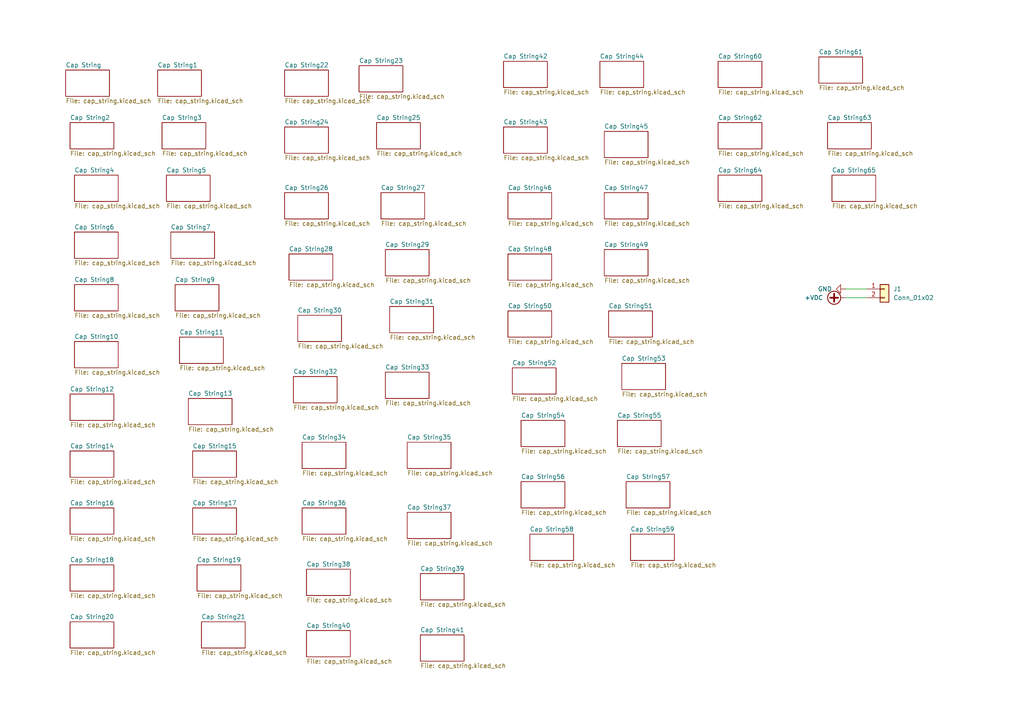
<source format=kicad_sch>
(kicad_sch (version 20250114) (generator "eeschema") (generator_version "9.0")
  (paper "A4")
  (lib_symbols
    (symbol "Connector_Generic:Conn_01x02" (pin_names (offset 1.016) (hide yes))
      (property "Reference" "J" (at 0 2.54 0))
      (property "Value" "Conn_01x02" (at 0 -5.08 0))
      (symbol "Conn_01x02_1_1"
        (rectangle (start -1.27 1.27) (end 1.27 -3.81) (stroke (width 0.254)) (fill (type background)))
        (rectangle (start -1.27 0.127) (end 0 -0.127) (stroke (width 0.1524)))
        (rectangle (start -1.27 -2.413) (end 0 -2.667) (stroke (width 0.1524)))
        (pin passive line (at -5.08 0 0) (length 3.81) (name "Pin_1") (number "1"))
        (pin passive line (at -5.08 -2.54 0) (length 3.81) (name "Pin_2") (number "2"))
      )
    )
    (symbol "power:+VDC" (power) (pin_numbers (hide yes)) (pin_names (offset 0) (hide yes))
      (property "Value" "+VDC" (at 0 6.35 0))
      (symbol "+VDC_0_1"
        (polyline (pts (xy -1.143 3.175) (xy 1.143 3.175)) (stroke (width 0.508)))
        (circle (center 0 3.175) (radius 1.905) (stroke (width 0.254)))
        (polyline (pts (xy 0 2.032) (xy 0 4.318)) (stroke (width 0.508)))
        (polyline (pts (xy 0 0) (xy 0 1.27)))
      )
      (symbol "+VDC_1_1"
        (pin power_in line (at 0 0 90) (length 0) (name "~") (number "1"))
      )
    )
    (symbol "power:GND" (power) (pin_numbers (hide yes)) (pin_names (offset 0) (hide yes))
      (property "Value" "GND" (at 0 -3.81 0))
      (symbol "GND_0_1"
        (polyline (pts (xy 0 0) (xy 0 -1.27) (xy 1.27 -1.27) (xy 0 -2.54) (xy -1.27 -1.27) (xy 0 -1.27)))
      )
      (symbol "GND_1_1"
        (pin power_in line (at 0 0 270) (length 0) (name "~") (number "1"))
      )
    )
  )
  (wire (pts (xy 245.11 83.82) (xy 251.46 83.82)))
  (wire (pts (xy 245.11 86.36) (xy 251.46 86.36)))
  (symbol (lib_id "power:+VDC") (at 245.11 86.36 90) (unit 1)
    (property "Reference" "#PWR0129" (effects (hide yes)))
    (property "Value" "+VDC" (at 238.76 86.3599 90) (effects (justify left)))
    (property "Description" "Power symbol creates a global label with name \"+VDC\"" (effects (hide yes)))
  )
  (symbol (lib_id "Connector_Generic:Conn_01x02") (at 256.54 83.82 0) (unit 1)
    (property "Reference" "J1" (at 259.08 83.8199 0) (effects (justify left)))
    (property "Value" "Conn_01x02" (at 259.08 86.3599 0) (effects (justify left)))
    (property "Footprint" "UTSVT_Connectors:AMASS_XT30PW-M_1x02_P2.50mm_Horizontal" (effects (hide yes)))
    (property "Description" "Generic connector, single row, 01x02, script generated (kicad-library-utils/schlib/autogen/connector/)" (effects (hide yes)))
  )
  (symbol (lib_id "power:GND") (at 245.11 83.82 270) (unit 1)
    (property "Reference" "#PWR0130" (effects (hide yes)))
    (property "Value" "GND" (at 241.3 83.8199 90) (effects (justify right)))
    (property "Description" "Power symbol creates a global label with name \"GND\" , ground" (effects (hide yes)))
  )
  (sheet (at 181.61 139.7) (size 12.7 7.62) (stroke (width 0.1524))
    (property "Sheetname" "Cap String57" (at 181.61 138.9884 0) (effects (justify left bottom)))
    (property "Sheetfile" "cap_string.kicad_sch" (at 181.61 147.9046 0) (effects (justify left top)))
  )
  (sheet (at 21.59 67.31) (size 12.7 7.62) (stroke (width 0.1524))
    (property "Sheetname" "Cap String6" (at 21.59 66.5984 0) (effects (justify left bottom)))
    (property "Sheetfile" "cap_string.kicad_sch" (at 21.59 75.5146 0) (effects (justify left top)))
  )
  (sheet (at 83.82 73.66) (size 12.7 7.62) (stroke (width 0.1524))
    (property "Sheetname" "Cap String28" (at 83.82 72.9484 0) (effects (justify left bottom)))
    (property "Sheetfile" "cap_string.kicad_sch" (at 83.82 81.8646 0) (effects (justify left top)))
  )
  (sheet (at 50.8 82.55) (size 12.7 7.62) (stroke (width 0.1524))
    (property "Sheetname" "Cap String9" (at 50.8 81.8384 0) (effects (justify left bottom)))
    (property "Sheetfile" "cap_string.kicad_sch" (at 50.8 90.7546 0) (effects (justify left top)))
  )
  (sheet (at 87.63 128.27) (size 12.7 7.62) (stroke (width 0.1524))
    (property "Sheetname" "Cap String34" (at 87.63 127.5584 0) (effects (justify left bottom)))
    (property "Sheetfile" "cap_string.kicad_sch" (at 87.63 136.4746 0) (effects (justify left top)))
  )
  (sheet (at 121.92 184.15) (size 12.7 7.62) (stroke (width 0.1524))
    (property "Sheetname" "Cap String41" (at 121.92 183.4384 0) (effects (justify left bottom)))
    (property "Sheetfile" "cap_string.kicad_sch" (at 121.92 192.3546 0) (effects (justify left top)))
  )
  (sheet (at 175.26 38.1) (size 12.7 7.62) (stroke (width 0.1524))
    (property "Sheetname" "Cap String45" (at 175.26 37.3884 0) (effects (justify left bottom)))
    (property "Sheetfile" "cap_string.kicad_sch" (at 175.26 46.3046 0) (effects (justify left top)))
  )
  (sheet (at 20.32 35.56) (size 12.7 7.62) (stroke (width 0.1524))
    (property "Sheetname" "Cap String2" (at 20.32 34.8484 0) (effects (justify left bottom)))
    (property "Sheetfile" "cap_string.kicad_sch" (at 20.32 43.7646 0) (effects (justify left top)))
  )
  (sheet (at 176.53 90.17) (size 12.7 7.62) (stroke (width 0.1524))
    (property "Sheetname" "Cap String51" (at 176.53 89.4584 0) (effects (justify left bottom)))
    (property "Sheetfile" "cap_string.kicad_sch" (at 176.53 98.3746 0) (effects (justify left top)))
  )
  (sheet (at 151.13 121.92) (size 12.7 7.62) (stroke (width 0.1524))
    (property "Sheetname" "Cap String54" (at 151.13 121.2084 0) (effects (justify left bottom)))
    (property "Sheetfile" "cap_string.kicad_sch" (at 151.13 130.1246 0) (effects (justify left top)))
  )
  (sheet (at 146.05 17.78) (size 12.7 7.62) (stroke (width 0.1524))
    (property "Sheetname" "Cap String42" (at 146.05 17.0684 0) (effects (justify left bottom)))
    (property "Sheetfile" "cap_string.kicad_sch" (at 146.05 25.9846 0) (effects (justify left top)))
  )
  (sheet (at 175.26 55.88) (size 12.7 7.62) (stroke (width 0.1524))
    (property "Sheetname" "Cap String47" (at 175.26 55.1684 0) (effects (justify left bottom)))
    (property "Sheetfile" "cap_string.kicad_sch" (at 175.26 64.0846 0) (effects (justify left top)))
  )
  (sheet (at 118.11 148.59) (size 12.7 7.62) (stroke (width 0.1524))
    (property "Sheetname" "Cap String37" (at 118.11 147.8784 0) (effects (justify left bottom)))
    (property "Sheetfile" "cap_string.kicad_sch" (at 118.11 156.7946 0) (effects (justify left top)))
  )
  (sheet (at 179.07 121.92) (size 12.7 7.62) (stroke (width 0.1524))
    (property "Sheetname" "Cap String55" (at 179.07 121.2084 0) (effects (justify left bottom)))
    (property "Sheetfile" "cap_string.kicad_sch" (at 179.07 130.1246 0) (effects (justify left top)))
  )
  (sheet (at 147.32 55.88) (size 12.7 7.62) (stroke (width 0.1524))
    (property "Sheetname" "Cap String46" (at 147.32 55.1684 0) (effects (justify left bottom)))
    (property "Sheetfile" "cap_string.kicad_sch" (at 147.32 64.0846 0) (effects (justify left top)))
  )
  (sheet (at 121.92 166.37) (size 12.7 7.62) (stroke (width 0.1524))
    (property "Sheetname" "Cap String39" (at 121.92 165.6584 0) (effects (justify left bottom)))
    (property "Sheetfile" "cap_string.kicad_sch" (at 121.92 174.5746 0) (effects (justify left top)))
  )
  (sheet (at 57.15 163.83) (size 12.7 7.62) (stroke (width 0.1524))
    (property "Sheetname" "Cap String19" (at 57.15 163.1184 0) (effects (justify left bottom)))
    (property "Sheetfile" "cap_string.kicad_sch" (at 57.15 172.0346 0) (effects (justify left top)))
  )
  (sheet (at 88.9 182.88) (size 12.7 7.62) (stroke (width 0.1524))
    (property "Sheetname" "Cap String40" (at 88.9 182.1684 0) (effects (justify left bottom)))
    (property "Sheetfile" "cap_string.kicad_sch" (at 88.9 191.0846 0) (effects (justify left top)))
  )
  (sheet (at 180.34 105.41) (size 12.7 7.62) (stroke (width 0.1524))
    (property "Sheetname" "Cap String53" (at 180.34 104.6984 0) (effects (justify left bottom)))
    (property "Sheetfile" "cap_string.kicad_sch" (at 180.34 113.6146 0) (effects (justify left top)))
  )
  (sheet (at 147.32 90.17) (size 12.7 7.62) (stroke (width 0.1524))
    (property "Sheetname" "Cap String50" (at 147.32 89.4584 0) (effects (justify left bottom)))
    (property "Sheetfile" "cap_string.kicad_sch" (at 147.32 98.3746 0) (effects (justify left top)))
  )
  (sheet (at 19.05 20.32) (size 12.7 7.62) (stroke (width 0.1524))
    (property "Sheetname" "Cap String" (at 19.05 19.6084 0) (effects (justify left bottom)))
    (property "Sheetfile" "cap_string.kicad_sch" (at 19.05 28.5246 0) (effects (justify left top)))
  )
  (sheet (at 55.88 147.32) (size 12.7 7.62) (stroke (width 0.1524))
    (property "Sheetname" "Cap String17" (at 55.88 146.6084 0) (effects (justify left bottom)))
    (property "Sheetfile" "cap_string.kicad_sch" (at 55.88 155.5246 0) (effects (justify left top)))
  )
  (sheet (at 111.76 72.39) (size 12.7 7.62) (stroke (width 0.1524))
    (property "Sheetname" "Cap String29" (at 111.76 71.6784 0) (effects (justify left bottom)))
    (property "Sheetfile" "cap_string.kicad_sch" (at 111.76 80.5946 0) (effects (justify left top)))
  )
  (sheet (at 82.55 36.83) (size 12.7 7.62) (stroke (width 0.1524))
    (property "Sheetname" "Cap String24" (at 82.55 36.1184 0) (effects (justify left bottom)))
    (property "Sheetfile" "cap_string.kicad_sch" (at 82.55 45.0346 0) (effects (justify left top)))
  )
  (sheet (at 20.32 163.83) (size 12.7 7.62) (stroke (width 0.1524))
    (property "Sheetname" "Cap String18" (at 20.32 163.1184 0) (effects (justify left bottom)))
    (property "Sheetfile" "cap_string.kicad_sch" (at 20.32 172.0346 0) (effects (justify left top)))
  )
  (sheet (at 49.53 67.31) (size 12.7 7.62) (stroke (width 0.1524))
    (property "Sheetname" "Cap String7" (at 49.53 66.5984 0) (effects (justify left bottom)))
    (property "Sheetfile" "cap_string.kicad_sch" (at 49.53 75.5146 0) (effects (justify left top)))
  )
  (sheet (at 237.49 16.51) (size 12.7 7.62) (stroke (width 0.1524))
    (property "Sheetname" "Cap String61" (at 237.49 15.7984 0) (effects (justify left bottom)))
    (property "Sheetfile" "cap_string.kicad_sch" (at 237.49 24.7146 0) (effects (justify left top)))
  )
  (sheet (at 82.55 55.88) (size 12.7 7.62) (stroke (width 0.1524))
    (property "Sheetname" "Cap String26" (at 82.55 55.1684 0) (effects (justify left bottom)))
    (property "Sheetfile" "cap_string.kicad_sch" (at 82.55 64.0846 0) (effects (justify left top)))
  )
  (sheet (at 87.63 147.32) (size 12.7 7.62) (stroke (width 0.1524))
    (property "Sheetname" "Cap String36" (at 87.63 146.6084 0) (effects (justify left bottom)))
    (property "Sheetfile" "cap_string.kicad_sch" (at 87.63 155.5246 0) (effects (justify left top)))
  )
  (sheet (at 21.59 50.8) (size 12.7 7.62) (stroke (width 0.1524))
    (property "Sheetname" "Cap String4" (at 21.59 50.0884 0) (effects (justify left bottom)))
    (property "Sheetfile" "cap_string.kicad_sch" (at 21.59 59.0046 0) (effects (justify left top)))
  )
  (sheet (at 151.13 139.7) (size 12.7 7.62) (stroke (width 0.1524))
    (property "Sheetname" "Cap String56" (at 151.13 138.9884 0) (effects (justify left bottom)))
    (property "Sheetfile" "cap_string.kicad_sch" (at 151.13 147.9046 0) (effects (justify left top)))
  )
  (sheet (at 86.36 91.44) (size 12.7 7.62) (stroke (width 0.1524))
    (property "Sheetname" "Cap String30" (at 86.36 90.7284 0) (effects (justify left bottom)))
    (property "Sheetfile" "cap_string.kicad_sch" (at 86.36 99.6446 0) (effects (justify left top)))
  )
  (sheet (at 109.22 35.56) (size 12.7 7.62) (stroke (width 0.1524))
    (property "Sheetname" "Cap String25" (at 109.22 34.8484 0) (effects (justify left bottom)))
    (property "Sheetfile" "cap_string.kicad_sch" (at 109.22 43.7646 0) (effects (justify left top)))
  )
  (sheet (at 20.32 180.34) (size 12.7 7.62) (stroke (width 0.1524))
    (property "Sheetname" "Cap String20" (at 20.32 179.6284 0) (effects (justify left bottom)))
    (property "Sheetfile" "cap_string.kicad_sch" (at 20.32 188.5446 0) (effects (justify left top)))
  )
  (sheet (at 173.99 17.78) (size 12.7 7.62) (stroke (width 0.1524))
    (property "Sheetname" "Cap String44" (at 173.99 17.0684 0) (effects (justify left bottom)))
    (property "Sheetfile" "cap_string.kicad_sch" (at 173.99 25.9846 0) (effects (justify left top)))
  )
  (sheet (at 148.59 106.68) (size 12.7 7.62) (stroke (width 0.1524))
    (property "Sheetname" "Cap String52" (at 148.59 105.9684 0) (effects (justify left bottom)))
    (property "Sheetfile" "cap_string.kicad_sch" (at 148.59 114.8846 0) (effects (justify left top)))
  )
  (sheet (at 54.61 115.57) (size 12.7 7.62) (stroke (width 0.1524))
    (property "Sheetname" "Cap String13" (at 54.61 114.8584 0) (effects (justify left bottom)))
    (property "Sheetfile" "cap_string.kicad_sch" (at 54.61 123.7746 0) (effects (justify left top)))
  )
  (sheet (at 118.11 128.27) (size 12.7 7.62) (stroke (width 0.1524))
    (property "Sheetname" "Cap String35" (at 118.11 127.5584 0) (effects (justify left bottom)))
    (property "Sheetfile" "cap_string.kicad_sch" (at 118.11 136.4746 0) (effects (justify left top)))
  )
  (sheet (at 175.26 72.39) (size 12.7 7.62) (stroke (width 0.1524))
    (property "Sheetname" "Cap String49" (at 175.26 71.6784 0) (effects (justify left bottom)))
    (property "Sheetfile" "cap_string.kicad_sch" (at 175.26 80.5946 0) (effects (justify left top)))
  )
  (sheet (at 85.09 109.22) (size 12.7 7.62) (stroke (width 0.1524))
    (property "Sheetname" "Cap String32" (at 85.09 108.5084 0) (effects (justify left bottom)))
    (property "Sheetfile" "cap_string.kicad_sch" (at 85.09 117.4246 0) (effects (justify left top)))
  )
  (sheet (at 110.49 55.88) (size 12.7 7.62) (stroke (width 0.1524))
    (property "Sheetname" "Cap String27" (at 110.49 55.1684 0) (effects (justify left bottom)))
    (property "Sheetfile" "cap_string.kicad_sch" (at 110.49 64.0846 0) (effects (justify left top)))
  )
  (sheet (at 153.67 154.94) (size 12.7 7.62) (stroke (width 0.1524))
    (property "Sheetname" "Cap String58" (at 153.67 154.2284 0) (effects (justify left bottom)))
    (property "Sheetfile" "cap_string.kicad_sch" (at 153.67 163.1446 0) (effects (justify left top)))
  )
  (sheet (at 113.03 88.9) (size 12.7 7.62) (stroke (width 0.1524))
    (property "Sheetname" "Cap String31" (at 113.03 88.1884 0) (effects (justify left bottom)))
    (property "Sheetfile" "cap_string.kicad_sch" (at 113.03 97.1046 0) (effects (justify left top)))
  )
  (sheet (at 55.88 130.81) (size 12.7 7.62) (stroke (width 0.1524))
    (property "Sheetname" "Cap String15" (at 55.88 130.0984 0) (effects (justify left bottom)))
    (property "Sheetfile" "cap_string.kicad_sch" (at 55.88 139.0146 0) (effects (justify left top)))
  )
  (sheet (at 52.07 97.79) (size 12.7 7.62) (stroke (width 0.1524))
    (property "Sheetname" "Cap String11" (at 52.07 97.0784 0) (effects (justify left bottom)))
    (property "Sheetfile" "cap_string.kicad_sch" (at 52.07 105.9946 0) (effects (justify left top)))
  )
  (sheet (at 241.3 50.8) (size 12.7 7.62) (stroke (width 0.1524))
    (property "Sheetname" "Cap String65" (at 241.3 50.0884 0) (effects (justify left bottom)))
    (property "Sheetfile" "cap_string.kicad_sch" (at 241.3 59.0046 0) (effects (justify left top)))
  )
  (sheet (at 182.88 154.94) (size 12.7 7.62) (stroke (width 0.1524))
    (property "Sheetname" "Cap String59" (at 182.88 154.2284 0) (effects (justify left bottom)))
    (property "Sheetfile" "cap_string.kicad_sch" (at 182.88 163.1446 0) (effects (justify left top)))
  )
  (sheet (at 240.03 35.56) (size 12.7 7.62) (stroke (width 0.1524))
    (property "Sheetname" "Cap String63" (at 240.03 34.8484 0) (effects (justify left bottom)))
    (property "Sheetfile" "cap_string.kicad_sch" (at 240.03 43.7646 0) (effects (justify left top)))
  )
  (sheet (at 45.72 20.32) (size 12.7 7.62) (stroke (width 0.1524))
    (property "Sheetname" "Cap String1" (at 45.72 19.6084 0) (effects (justify left bottom)))
    (property "Sheetfile" "cap_string.kicad_sch" (at 45.72 28.5246 0) (effects (justify left top)))
  )
  (sheet (at 88.9 165.1) (size 12.7 7.62) (stroke (width 0.1524))
    (property "Sheetname" "Cap String38" (at 88.9 164.3884 0) (effects (justify left bottom)))
    (property "Sheetfile" "cap_string.kicad_sch" (at 88.9 173.3046 0) (effects (justify left top)))
  )
  (sheet (at 82.55 20.32) (size 12.7 7.62) (stroke (width 0.1524))
    (property "Sheetname" "Cap String22" (at 82.55 19.6084 0) (effects (justify left bottom)))
    (property "Sheetfile" "cap_string.kicad_sch" (at 82.55 28.5246 0) (effects (justify left top)))
  )
  (sheet (at 208.28 50.8) (size 12.7 7.62) (stroke (width 0.1524))
    (property "Sheetname" "Cap String64" (at 208.28 50.0884 0) (effects (justify left bottom)))
    (property "Sheetfile" "cap_string.kicad_sch" (at 208.28 59.0046 0) (effects (justify left top)))
  )
  (sheet (at 208.28 17.78) (size 12.7 7.62) (stroke (width 0.1524))
    (property "Sheetname" "Cap String60" (at 208.28 17.0684 0) (effects (justify left bottom)))
    (property "Sheetfile" "cap_string.kicad_sch" (at 208.28 25.9846 0) (effects (justify left top)))
  )
  (sheet (at 20.32 114.3) (size 12.7 7.62) (stroke (width 0.1524))
    (property "Sheetname" "Cap String12" (at 20.32 113.5884 0) (effects (justify left bottom)))
    (property "Sheetfile" "cap_string.kicad_sch" (at 20.32 122.5046 0) (effects (justify left top)))
  )
  (sheet (at 104.14 19.05) (size 12.7 7.62) (stroke (width 0.1524))
    (property "Sheetname" "Cap String23" (at 104.14 18.3384 0) (effects (justify left bottom)))
    (property "Sheetfile" "cap_string.kicad_sch" (at 104.14 27.2546 0) (effects (justify left top)))
  )
  (sheet (at 111.76 107.95) (size 12.7 7.62) (stroke (width 0.1524))
    (property "Sheetname" "Cap String33" (at 111.76 107.2384 0) (effects (justify left bottom)))
    (property "Sheetfile" "cap_string.kicad_sch" (at 111.76 116.1546 0) (effects (justify left top)))
  )
  (sheet (at 21.59 99.06) (size 12.7 7.62) (stroke (width 0.1524))
    (property "Sheetname" "Cap String10" (at 21.59 98.3484 0) (effects (justify left bottom)))
    (property "Sheetfile" "cap_string.kicad_sch" (at 21.59 107.2646 0) (effects (justify left top)))
  )
  (sheet (at 46.99 35.56) (size 12.7 7.62) (stroke (width 0.1524))
    (property "Sheetname" "Cap String3" (at 46.99 34.8484 0) (effects (justify left bottom)))
    (property "Sheetfile" "cap_string.kicad_sch" (at 46.99 43.7646 0) (effects (justify left top)))
  )
  (sheet (at 21.59 82.55) (size 12.7 7.62) (stroke (width 0.1524))
    (property "Sheetname" "Cap String8" (at 21.59 81.8384 0) (effects (justify left bottom)))
    (property "Sheetfile" "cap_string.kicad_sch" (at 21.59 90.7546 0) (effects (justify left top)))
  )
  (sheet (at 58.42 180.34) (size 12.7 7.62) (stroke (width 0.1524))
    (property "Sheetname" "Cap String21" (at 58.42 179.6284 0) (effects (justify left bottom)))
    (property "Sheetfile" "cap_string.kicad_sch" (at 58.42 188.5446 0) (effects (justify left top)))
  )
  (sheet (at 48.26 50.8) (size 12.7 7.62) (stroke (width 0.1524))
    (property "Sheetname" "Cap String5" (at 48.26 50.0884 0) (effects (justify left bottom)))
    (property "Sheetfile" "cap_string.kicad_sch" (at 48.26 59.0046 0) (effects (justify left top)))
  )
  (sheet (at 208.28 35.56) (size 12.7 7.62) (stroke (width 0.1524))
    (property "Sheetname" "Cap String62" (at 208.28 34.8484 0) (effects (justify left bottom)))
    (property "Sheetfile" "cap_string.kicad_sch" (at 208.28 43.7646 0) (effects (justify left top)))
  )
  (sheet (at 20.32 147.32) (size 12.7 7.62) (stroke (width 0.1524))
    (property "Sheetname" "Cap String16" (at 20.32 146.6084 0) (effects (justify left bottom)))
    (property "Sheetfile" "cap_string.kicad_sch" (at 20.32 155.5246 0) (effects (justify left top)))
  )
  (sheet (at 20.32 130.81) (size 12.7 7.62) (stroke (width 0.1524))
    (property "Sheetname" "Cap String14" (at 20.32 130.0984 0) (effects (justify left bottom)))
    (property "Sheetfile" "cap_string.kicad_sch" (at 20.32 139.0146 0) (effects (justify left top)))
  )
  (sheet (at 147.32 73.66) (size 12.7 7.62) (stroke (width 0.1524))
    (property "Sheetname" "Cap String48" (at 147.32 72.9484 0) (effects (justify left bottom)))
    (property "Sheetfile" "cap_string.kicad_sch" (at 147.32 81.8646 0) (effects (justify left top)))
  )
  (sheet (at 146.05 36.83) (size 12.7 7.62) (stroke (width 0.1524))
    (property "Sheetname" "Cap String43" (at 146.05 36.1184 0) (effects (justify left bottom)))
    (property "Sheetfile" "cap_string.kicad_sch" (at 146.05 45.0346 0) (effects (justify left top)))
  )
)
</source>
